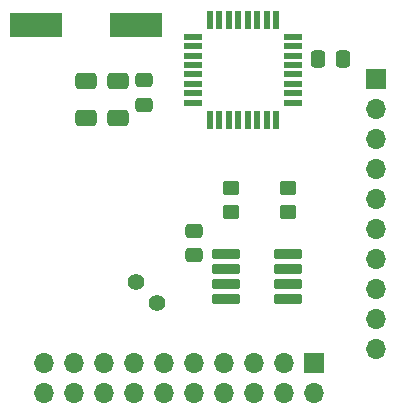
<source format=gbr>
%TF.GenerationSoftware,KiCad,Pcbnew,7.0.6*%
%TF.CreationDate,2023-09-04T00:35:45+02:00*%
%TF.ProjectId,pqunit,7071756e-6974-42e6-9b69-6361645f7063,rev?*%
%TF.SameCoordinates,Original*%
%TF.FileFunction,Soldermask,Bot*%
%TF.FilePolarity,Negative*%
%FSLAX46Y46*%
G04 Gerber Fmt 4.6, Leading zero omitted, Abs format (unit mm)*
G04 Created by KiCad (PCBNEW 7.0.6) date 2023-09-04 00:35:45*
%MOMM*%
%LPD*%
G01*
G04 APERTURE LIST*
G04 Aperture macros list*
%AMRoundRect*
0 Rectangle with rounded corners*
0 $1 Rounding radius*
0 $2 $3 $4 $5 $6 $7 $8 $9 X,Y pos of 4 corners*
0 Add a 4 corners polygon primitive as box body*
4,1,4,$2,$3,$4,$5,$6,$7,$8,$9,$2,$3,0*
0 Add four circle primitives for the rounded corners*
1,1,$1+$1,$2,$3*
1,1,$1+$1,$4,$5*
1,1,$1+$1,$6,$7*
1,1,$1+$1,$8,$9*
0 Add four rect primitives between the rounded corners*
20,1,$1+$1,$2,$3,$4,$5,0*
20,1,$1+$1,$4,$5,$6,$7,0*
20,1,$1+$1,$6,$7,$8,$9,0*
20,1,$1+$1,$8,$9,$2,$3,0*%
G04 Aperture macros list end*
%ADD10C,1.400000*%
%ADD11R,1.700000X1.700000*%
%ADD12O,1.700000X1.700000*%
%ADD13RoundRect,0.250000X-0.650000X0.412500X-0.650000X-0.412500X0.650000X-0.412500X0.650000X0.412500X0*%
%ADD14RoundRect,0.250000X-0.450000X0.350000X-0.450000X-0.350000X0.450000X-0.350000X0.450000X0.350000X0*%
%ADD15RoundRect,0.250000X-0.475000X0.337500X-0.475000X-0.337500X0.475000X-0.337500X0.475000X0.337500X0*%
%ADD16R,1.600000X0.550000*%
%ADD17R,0.550000X1.600000*%
%ADD18R,4.500000X2.000000*%
%ADD19RoundRect,0.102000X-1.104900X0.304800X-1.104900X-0.304800X1.104900X-0.304800X1.104900X0.304800X0*%
%ADD20RoundRect,0.250000X-0.337500X-0.475000X0.337500X-0.475000X0.337500X0.475000X-0.337500X0.475000X0*%
%ADD21RoundRect,0.250000X0.475000X-0.337500X0.475000X0.337500X-0.475000X0.337500X-0.475000X-0.337500X0*%
G04 APERTURE END LIST*
D10*
%TO.C,JP1*%
X139243817Y-117513117D03*
X141039868Y-119309168D03*
%TD*%
D11*
%TO.C,J1*%
X154350000Y-124390000D03*
D12*
X154350000Y-126930000D03*
X151810000Y-124390000D03*
X151810000Y-126930000D03*
X149270000Y-124390000D03*
X149270000Y-126930000D03*
X146730000Y-124390000D03*
X146730000Y-126930000D03*
X144190000Y-124390000D03*
X144190000Y-126930000D03*
X141650000Y-124390000D03*
X141650000Y-126930000D03*
X139110000Y-124390000D03*
X139110000Y-126930000D03*
X136570000Y-124390000D03*
X136570000Y-126930000D03*
X134030000Y-124390000D03*
X134030000Y-126930000D03*
X131490000Y-124390000D03*
X131490000Y-126930000D03*
%TD*%
D11*
%TO.C,J2*%
X159584100Y-100363000D03*
D12*
X159584100Y-102903000D03*
X159584100Y-105443000D03*
X159584100Y-107983000D03*
X159584100Y-110523000D03*
X159584100Y-113063000D03*
X159584100Y-115603000D03*
X159584100Y-118143000D03*
X159584100Y-120683000D03*
X159584100Y-123223000D03*
%TD*%
D13*
%TO.C,C1*%
X137740100Y-100533200D03*
X137740100Y-103658200D03*
%TD*%
%TO.C,C2*%
X135047700Y-100533200D03*
X135047700Y-103658200D03*
%TD*%
D14*
%TO.C,R4*%
X147290500Y-109557800D03*
X147290500Y-111557800D03*
%TD*%
D15*
%TO.C,C5*%
X139975300Y-100431600D03*
X139975300Y-102506600D03*
%TD*%
D16*
%TO.C,U1*%
X144068000Y-102350000D03*
X144068000Y-101550000D03*
X144068000Y-100750000D03*
X144068000Y-99950000D03*
X144068000Y-99150000D03*
X144068000Y-98350000D03*
X144068000Y-97550000D03*
X144068000Y-96750000D03*
D17*
X145518000Y-95300000D03*
X146318000Y-95300000D03*
X147118000Y-95300000D03*
X147918000Y-95300000D03*
X148718000Y-95300000D03*
X149518000Y-95300000D03*
X150318000Y-95300000D03*
X151118000Y-95300000D03*
D16*
X152568000Y-96750000D03*
X152568000Y-97550000D03*
X152568000Y-98350000D03*
X152568000Y-99150000D03*
X152568000Y-99950000D03*
X152568000Y-100750000D03*
X152568000Y-101550000D03*
X152568000Y-102350000D03*
D17*
X151118000Y-103800000D03*
X150318000Y-103800000D03*
X149518000Y-103800000D03*
X148718000Y-103800000D03*
X147918000Y-103800000D03*
X147118000Y-103800000D03*
X146318000Y-103800000D03*
X145518000Y-103800000D03*
%TD*%
D18*
%TO.C,Y1*%
X139289500Y-95791000D03*
X130789500Y-95791000D03*
%TD*%
D19*
%TO.C,U5*%
X152116500Y-115145800D03*
X152116500Y-116415800D03*
X152116500Y-117685800D03*
X152116500Y-118955800D03*
X146884100Y-118955800D03*
X146884100Y-117685800D03*
X146884100Y-116415800D03*
X146884100Y-115145800D03*
%TD*%
D20*
%TO.C,C4*%
X156782300Y-98653600D03*
X154707300Y-98653600D03*
%TD*%
D21*
%TO.C,C9*%
X144140900Y-115268900D03*
X144140900Y-113193900D03*
%TD*%
D14*
%TO.C,R3*%
X152116500Y-109573800D03*
X152116500Y-111573800D03*
%TD*%
M02*

</source>
